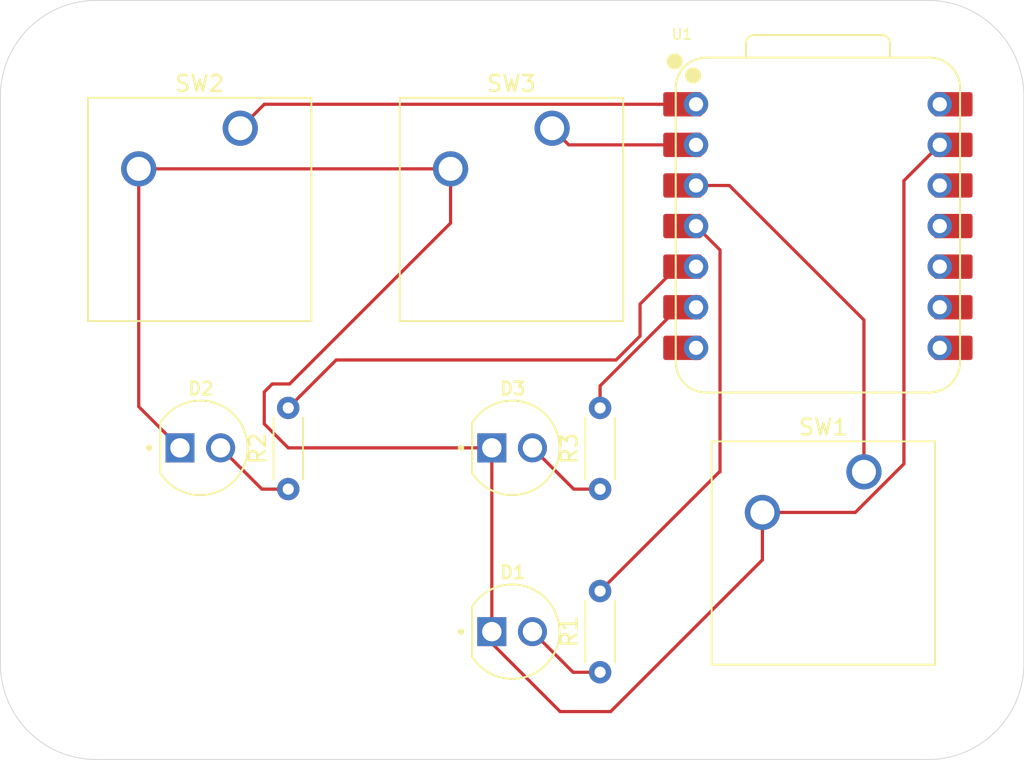
<source format=kicad_pcb>
(kicad_pcb (version 20241229) (generator "pcbnew") (generator_version "9.0")
  (layers (0 "F.Cu" signal) (2 "B.Cu" signal) (13 "F.Paste" user) (15 "B.Paste" user) (5 "F.SilkS" user "F.Silkscreen") (7 "B.SilkS" user "B.Silkscreen") (1 "F.Mask" user) (3 "B.Mask" user) (25 "Edge.Cuts" user))
  (net 0 "")
  (net 1 "LED1")
  (net 2 "Net-(D1-PadA)")
  (net 3 "LED2")
  (net 4 "Net-(D2-PadA)")
  (net 5 "Net-(D3-PadA)")
  (net 6 "LED3")
  (net 7 "button3")
  (net 8 "button1")
  (net 9 "button2")
  (net 10 "GND")
  (footprint "footprints:LEDRD254W57D500H1070" (layer "F.Cu") (at 141 65.5)
    (property "Reference" "D2" (at 0.04 -3.708 0) (layer "F.SilkS") (effects (font (size 0.8 0.8))))
    (property "Value" "L08R5000Q1")
    (fp_line (start -2.5 -1.566) (end -2.5 1.566) (stroke (width 0.127)) (layer "F.SilkS"))
    (fp_arc (start -2.5 -1.566) (mid 2.961291 0) (end -2.5 1.566) (stroke (width 0.127)) (layer "F.SilkS"))
    (fp_circle (center -3.2 0) (end -3.1 0) (stroke (width 0.2)) (fill no) (layer "F.SilkS"))
    (pad "A" thru_hole circle (at 1.27 0) (size 1.815 1.815) (drill 1.21) (layers "*.Cu" "*.Mask") (net 4 "Net-(D2-PadA)"))
    (pad "C" thru_hole rect (at -1.27 0) (size 1.815 1.815) (drill 1.21) (layers "*.Cu" "*.Mask") (net 10 "GND"))
  )
  (footprint "Button_Switch_Keyboard:SW_Cherry_MX_1.00u_PCB" (layer "F.Cu") (at 163 45.5)
    (property "Reference" "SW3" (at -2.54 -2.794 0) (layer "F.SilkS"))
    (property "Value" "SW_Push")
    (fp_line (start -9.525 -1.905) (end 4.445 -1.905) (stroke (width 0.12)) (layer "F.SilkS"))
    (fp_line (start -9.525 12.065) (end -9.525 -1.905) (stroke (width 0.12)) (layer "F.SilkS"))
    (fp_line (start 4.445 -1.905) (end 4.445 12.065) (stroke (width 0.12)) (layer "F.SilkS"))
    (fp_line (start 4.445 12.065) (end -9.525 12.065) (stroke (width 0.12)) (layer "F.SilkS"))
    (pad "" np_thru_hole circle (at -7.62 5.08) (size 1.7 1.7) (drill 1.7) (layers "*.Cu" "*.Mask"))
    (pad "" np_thru_hole circle (at -2.54 5.08) (size 4 4) (drill 4) (layers "*.Cu" "*.Mask"))
    (pad "" np_thru_hole circle (at 2.54 5.08) (size 1.7 1.7) (drill 1.7) (layers "*.Cu" "*.Mask"))
    (pad "1" thru_hole circle (at 0 0) (size 2.2 2.2) (drill 1.5) (layers "*.Cu" "*.Mask") (net 9 "button2"))
    (pad "2" thru_hole circle (at -6.35 2.54) (size 2.2 2.2) (drill 1.5) (layers "*.Cu" "*.Mask") (net 10 "GND"))
  )
  (footprint "Resistor_THT:R_Axial_DIN0204_L3.6mm_D1.6mm_P5.08mm_Horizontal" (layer "F.Cu") (at 166 68.08 90)
    (property "Reference" "R3" (at 2.54 -1.92 90) (layer "F.SilkS"))
    (property "Value" "R")
    (fp_line (start 0.62 -0.92) (end 4.46 -0.92) (stroke (width 0.12)) (layer "F.SilkS"))
    (fp_line (start 0.62 0.92) (end 4.46 0.92) (stroke (width 0.12)) (layer "F.SilkS"))
    (pad "1" thru_hole circle (at 0 0 90) (size 1.4 1.4) (drill 0.7) (layers "*.Cu" "*.Mask") (net 5 "Net-(D3-PadA)"))
    (pad "2" thru_hole circle (at 5.08 0 90) (size 1.4 1.4) (drill 0.7) (layers "*.Cu" "*.Mask") (net 6 "LED3"))
  )
  (footprint "footprints:XIAO-RP2040-DIP (3)" (layer "F.Cu") (at 179.62 51.62)
    (property "Reference" "U1" (at -8.5 -12 0) (layer "F.SilkS") (effects (font (size 0.635 0.635) (thickness 0.1016))))
    (property "Value" "XIAO-RP2040-DIP")
    (fp_line (start -8.89 8.509) (end -8.89 -8.636) (stroke (width 0.127)) (layer "F.SilkS"))
    (fp_line (start -6.985 10.414) (end 6.985 10.414) (stroke (width 0.127)) (layer "F.SilkS"))
    (fp_line (start -4.495 -10.541) (end -4.491272 -11.451272) (stroke (width 0.127)) (layer "F.SilkS"))
    (fp_line (start -3.991272 -11.951) (end 4.004 -11.951) (stroke (width 0.127)) (layer "F.SilkS"))
    (fp_line (start 4.504 -11.451) (end 4.504 -10.541) (stroke (width 0.127)) (layer "F.SilkS"))
    (fp_line (start 6.985 -10.541) (end -6.985 -10.541) (stroke (width 0.1)) (layer "F.SilkS"))
    (fp_line (start 6.985 -10.541) (end -6.985 -10.541) (stroke (width 0.127)) (layer "F.SilkS"))
    (fp_line (start 8.89 8.509) (end 8.89 -8.636) (stroke (width 0.127)) (layer "F.SilkS"))
    (fp_arc (start -8.89 -8.636) (mid -8.332038 -9.983038) (end -6.985 -10.541) (stroke (width 0.127)) (layer "F.SilkS"))
    (fp_arc (start -6.985 10.414) (mid -8.332038 9.856038) (end -8.89 8.509) (stroke (width 0.127)) (layer "F.SilkS"))
    (fp_arc (start -4.491272 -11.451272) (mid -4.344728 -11.80464) (end -3.991272 -11.951) (stroke (width 0.127)) (layer "F.SilkS"))
    (fp_arc (start 4.004 -11.951) (mid 4.357553 -11.804553) (end 4.504 -11.451) (stroke (width 0.127)) (layer "F.SilkS"))
    (fp_arc (start 6.985 -10.541) (mid 8.332038 -9.983038) (end 8.89 -8.636) (stroke (width 0.127)) (layer "F.SilkS"))
    (fp_arc (start 8.89 8.509) (mid 8.332038 9.856038) (end 6.985 10.414) (stroke (width 0.127)) (layer "F.SilkS"))
    (fp_circle (center -8.95 -10.3) (end -8.95 -10.554) (stroke (width 0.5)) (fill yes) (layer "F.SilkS"))
    (fp_circle (center -7.807 -9.42) (end -7.807 -9.674) (stroke (width 0.5)) (fill yes) (layer "F.SilkS"))
    (pad "1" smd roundrect (at -8.455 -7.62 180) (size 2.432 1.524) (layers "F.Cu" "F.Mask") (roundrect_rratio 0.1) (net 8 "button1"))
    (pad "1" thru_hole circle (at -7.62 -7.62 180) (size 1.524 1.524) (drill 0.889) (layers "*.Cu" "*.Mask") (net 8 "button1"))
    (pad "2" smd roundrect (at -8.455 -5.08 180) (size 2.432 1.524) (layers "F.Cu" "F.Mask") (roundrect_rratio 0.1) (net 9 "button2"))
    (pad "2" thru_hole circle (at -7.62 -5.08 180) (size 1.524 1.524) (drill 0.889) (layers "*.Cu" "*.Mask") (net 9 "button2"))
    (pad "3" smd roundrect (at -8.455 -2.54 180) (size 2.432 1.524) (layers "F.Cu" "F.Mask") (roundrect_rratio 0.1) (net 7 "button3"))
    (pad "3" thru_hole circle (at -7.62 -2.54 180) (size 1.524 1.524) (drill 0.889) (layers "*.Cu" "*.Mask") (net 7 "button3"))
    (pad "4" smd roundrect (at -8.455 0 180) (size 2.432 1.524) (layers "F.Cu" "F.Mask") (roundrect_rratio 0.1) (net 1 "LED1"))
    (pad "4" thru_hole circle (at -7.62 0 180) (size 1.524 1.524) (drill 0.889) (layers "*.Cu" "*.Mask") (net 1 "LED1"))
    (pad "5" smd roundrect (at -8.455 2.54 180) (size 2.432 1.524) (layers "F.Cu" "F.Mask") (roundrect_rratio 0.1) (net 3 "LED2"))
    (pad "5" thru_hole circle (at -7.62 2.54 180) (size 1.524 1.524) (drill 0.889) (layers "*.Cu" "*.Mask") (net 3 "LED2"))
    (pad "6" smd roundrect (at -8.455 5.08 180) (size 2.432 1.524) (layers "F.Cu" "F.Mask") (roundrect_rratio 0.1) (net 6 "LED3"))
    (pad "6" thru_hole circle (at -7.62 5.08 180) (size 1.524 1.524) (drill 0.889) (layers "*.Cu" "*.Mask") (net 6 "LED3"))
    (pad "7" smd roundrect (at -8.455 7.62 180) (size 2.432 1.524) (layers "F.Cu" "F.Mask") (roundrect_rratio 0.1))
    (pad "7" thru_hole circle (at -7.62 7.62 180) (size 1.524 1.524) (drill 0.889) (layers "*.Cu" "*.Mask"))
    (pad "8" thru_hole circle (at 7.62 7.62) (size 1.524 1.524) (drill 0.889) (layers "*.Cu" "*.Mask"))
    (pad "8" smd roundrect (at 8.455 7.62) (size 2.432 1.524) (layers "F.Cu" "F.Mask") (roundrect_rratio 0.1))
    (pad "9" thru_hole circle (at 7.62 5.08) (size 1.524 1.524) (drill 0.889) (layers "*.Cu" "*.Mask"))
    (pad "9" smd roundrect (at 8.455 5.08) (size 2.432 1.524) (layers "F.Cu" "F.Mask") (roundrect_rratio 0.1))
    (pad "10" thru_hole circle (at 7.62 2.54) (size 1.524 1.524) (drill 0.889) (layers "*.Cu" "*.Mask"))
    (pad "10" smd roundrect (at 8.455 2.54) (size 2.432 1.524) (layers "F.Cu" "F.Mask") (roundrect_rratio 0.1))
    (pad "11" thru_hole circle (at 7.62 0) (size 1.524 1.524) (drill 0.889) (layers "*.Cu" "*.Mask"))
    (pad "11" smd roundrect (at 8.455 0) (size 2.432 1.524) (layers "F.Cu" "F.Mask") (roundrect_rratio 0.1))
    (pad "12" thru_hole circle (at 7.62 -2.54) (size 1.524 1.524) (drill 0.889) (layers "*.Cu" "*.Mask"))
    (pad "12" smd roundrect (at 8.455 -2.54) (size 2.432 1.524) (layers "F.Cu" "F.Mask") (roundrect_rratio 0.1))
    (pad "13" thru_hole circle (at 7.62 -5.08) (size 1.524 1.524) (drill 0.889) (layers "*.Cu" "*.Mask") (net 10 "GND"))
    (pad "13" smd roundrect (at 8.455 -5.08) (size 2.432 1.524) (layers "F.Cu" "F.Mask") (roundrect_rratio 0.1) (net 10 "GND"))
    (pad "14" thru_hole circle (at 7.62 -7.62) (size 1.524 1.524) (drill 0.889) (layers "*.Cu" "*.Mask"))
    (pad "14" smd roundrect (at 8.455 -7.62) (size 2.432 1.524) (layers "F.Cu" "F.Mask") (roundrect_rratio 0.1))
  )
  (footprint "footprints:LEDRD254W57D500H1070" (layer "F.Cu") (at 160.5 77)
    (property "Reference" "D1" (at 0.04 -3.708 0) (layer "F.SilkS") (effects (font (size 0.8 0.8))))
    (property "Value" "L08R5000Q1")
    (fp_line (start -2.5 -1.566) (end -2.5 1.566) (stroke (width 0.127)) (layer "F.SilkS"))
    (fp_arc (start -2.5 -1.566) (mid 2.961291 0) (end -2.5 1.566) (stroke (width 0.127)) (layer "F.SilkS"))
    (fp_circle (center -3.2 0) (end -3.1 0) (stroke (width 0.2)) (fill no) (layer "F.SilkS"))
    (pad "A" thru_hole circle (at 1.27 0) (size 1.815 1.815) (drill 1.21) (layers "*.Cu" "*.Mask") (net 2 "Net-(D1-PadA)"))
    (pad "C" thru_hole rect (at -1.27 0) (size 1.815 1.815) (drill 1.21) (layers "*.Cu" "*.Mask") (net 10 "GND"))
  )
  (footprint "Button_Switch_Keyboard:SW_Cherry_MX_1.00u_PCB" (layer "F.Cu") (at 143.5 45.5)
    (property "Reference" "SW2" (at -2.54 -2.794 0) (layer "F.SilkS"))
    (property "Value" "SW_Push")
    (fp_line (start -9.525 -1.905) (end 4.445 -1.905) (stroke (width 0.12)) (layer "F.SilkS"))
    (fp_line (start -9.525 12.065) (end -9.525 -1.905) (stroke (width 0.12)) (layer "F.SilkS"))
    (fp_line (start 4.445 -1.905) (end 4.445 12.065) (stroke (width 0.12)) (layer "F.SilkS"))
    (fp_line (start 4.445 12.065) (end -9.525 12.065) (stroke (width 0.12)) (layer "F.SilkS"))
    (pad "" np_thru_hole circle (at -7.62 5.08) (size 1.7 1.7) (drill 1.7) (layers "*.Cu" "*.Mask"))
    (pad "" np_thru_hole circle (at -2.54 5.08) (size 4 4) (drill 4) (layers "*.Cu" "*.Mask"))
    (pad "" np_thru_hole circle (at 2.54 5.08) (size 1.7 1.7) (drill 1.7) (layers "*.Cu" "*.Mask"))
    (pad "1" thru_hole circle (at 0 0) (size 2.2 2.2) (drill 1.5) (layers "*.Cu" "*.Mask") (net 8 "button1"))
    (pad "2" thru_hole circle (at -6.35 2.54) (size 2.2 2.2) (drill 1.5) (layers "*.Cu" "*.Mask") (net 10 "GND"))
  )
  (footprint "Resistor_THT:R_Axial_DIN0204_L3.6mm_D1.6mm_P5.08mm_Horizontal" (layer "F.Cu") (at 146.5 68.08 90)
    (property "Reference" "R2" (at 2.54 -1.92 90) (layer "F.SilkS"))
    (property "Value" "R")
    (fp_line (start 0.62 -0.92) (end 4.46 -0.92) (stroke (width 0.12)) (layer "F.SilkS"))
    (fp_line (start 0.62 0.92) (end 4.46 0.92) (stroke (width 0.12)) (layer "F.SilkS"))
    (pad "1" thru_hole circle (at 0 0 90) (size 1.4 1.4) (drill 0.7) (layers "*.Cu" "*.Mask") (net 4 "Net-(D2-PadA)"))
    (pad "2" thru_hole circle (at 5.08 0 90) (size 1.4 1.4) (drill 0.7) (layers "*.Cu" "*.Mask") (net 3 "LED2"))
  )
  (footprint "footprints:LEDRD254W57D500H1070" (layer "F.Cu") (at 160.5 65.5)
    (property "Reference" "D3" (at 0.04 -3.708 0) (layer "F.SilkS") (effects (font (size 0.8 0.8))))
    (property "Value" "L08R5000Q1")
    (fp_line (start -2.5 -1.566) (end -2.5 1.566) (stroke (width 0.127)) (layer "F.SilkS"))
    (fp_arc (start -2.5 -1.566) (mid 2.961291 0) (end -2.5 1.566) (stroke (width 0.127)) (layer "F.SilkS"))
    (fp_circle (center -3.2 0) (end -3.1 0) (stroke (width 0.2)) (fill no) (layer "F.SilkS"))
    (pad "A" thru_hole circle (at 1.27 0) (size 1.815 1.815) (drill 1.21) (layers "*.Cu" "*.Mask") (net 5 "Net-(D3-PadA)"))
    (pad "C" thru_hole rect (at -1.27 0) (size 1.815 1.815) (drill 1.21) (layers "*.Cu" "*.Mask") (net 10 "GND"))
  )
  (footprint "Resistor_THT:R_Axial_DIN0204_L3.6mm_D1.6mm_P5.08mm_Horizontal" (layer "F.Cu") (at 166 79.54 90)
    (property "Reference" "R1" (at 2.54 -1.92 90) (layer "F.SilkS"))
    (property "Value" "R")
    (fp_line (start 0.62 -0.92) (end 4.46 -0.92) (stroke (width 0.12)) (layer "F.SilkS"))
    (fp_line (start 0.62 0.92) (end 4.46 0.92) (stroke (width 0.12)) (layer "F.SilkS"))
    (pad "1" thru_hole circle (at 0 0 90) (size 1.4 1.4) (drill 0.7) (layers "*.Cu" "*.Mask") (net 2 "Net-(D1-PadA)"))
    (pad "2" thru_hole circle (at 5.08 0 90) (size 1.4 1.4) (drill 0.7) (layers "*.Cu" "*.Mask") (net 1 "LED1"))
  )
  (footprint "Button_Switch_Keyboard:SW_Cherry_MX_1.00u_PCB" (layer "F.Cu") (at 182.5 67)
    (property "Reference" "SW1" (at -2.54 -2.794 0) (layer "F.SilkS"))
    (property "Value" "SW_Push")
    (fp_line (start -9.525 -1.905) (end 4.445 -1.905) (stroke (width 0.12)) (layer "F.SilkS"))
    (fp_line (start -9.525 12.065) (end -9.525 -1.905) (stroke (width 0.12)) (layer "F.SilkS"))
    (fp_line (start 4.445 -1.905) (end 4.445 12.065) (stroke (width 0.12)) (layer "F.SilkS"))
    (fp_line (start 4.445 12.065) (end -9.525 12.065) (stroke (width 0.12)) (layer "F.SilkS"))
    (pad "" np_thru_hole circle (at -7.62 5.08) (size 1.7 1.7) (drill 1.7) (layers "*.Cu" "*.Mask"))
    (pad "" np_thru_hole circle (at -2.54 5.08) (size 4 4) (drill 4) (layers "*.Cu" "*.Mask"))
    (pad "" np_thru_hole circle (at 2.54 5.08) (size 1.7 1.7) (drill 1.7) (layers "*.Cu" "*.Mask"))
    (pad "1" thru_hole circle (at 0 0) (size 2.2 2.2) (drill 1.5) (layers "*.Cu" "*.Mask") (net 7 "button3"))
    (pad "2" thru_hole circle (at -6.35 2.54) (size 2.2 2.2) (drill 1.5) (layers "*.Cu" "*.Mask") (net 10 "GND"))
  )
  (gr_arc (start 192.5 79) (mid 190.742641 83.242641) (end 186.5 85) (stroke (width 0.05)) (layer "Edge.Cuts"))
  (gr_arc (start 128.5 43.5) (mid 130.257359 39.257359) (end 134.5 37.5) (stroke (width 0.05)) (layer "Edge.Cuts"))
  (gr_arc (start 134.5 85) (mid 130.257359 83.242641) (end 128.5 79) (stroke (width 0.05)) (layer "Edge.Cuts"))
  (gr_line (start 186.5 85) (end 134.5 85) (stroke (width 0.05)) (layer "Edge.Cuts"))
  (gr_line (start 128.5 79) (end 128.5 43.5) (stroke (width 0.05)) (layer "Edge.Cuts"))
  (gr_line (start 192.5 43.5) (end 192.5 79) (stroke (width 0.05)) (layer "Edge.Cuts"))
  (gr_line (start 134.5 37.5) (end 186.5 37.5) (stroke (width 0.05)) (layer "Edge.Cuts"))
  (gr_arc (start 186.5 37.5) (mid 190.742641 39.257359) (end 192.5 43.5) (stroke (width 0.05)) (layer "Edge.Cuts"))
  (segment (start 173.5 67) (end 173.46 67) (width 0.2) (layer "F.Cu") (net 1))
  (segment (start 173.46 67) (end 166 74.46) (width 0.2) (layer "F.Cu") (net 1))
  (segment (start 173.5 53.12) (end 173.5 67) (width 0.2) (layer "F.Cu") (net 1))
  (segment (start 172 51.62) (end 173.5 53.12) (width 0.2) (layer "F.Cu") (net 1))
  (segment (start 166 79.54) (end 164.31 79.54) (width 0.2) (layer "F.Cu") (net 2))
  (segment (start 164.31 79.54) (end 161.77 77) (width 0.2) (layer "F.Cu") (net 2))
  (segment (start 170.84 54.16) (end 168.5 56.5) (width 0.2) (layer "F.Cu") (net 3))
  (segment (start 167 60) (end 149.5 60) (width 0.2) (layer "F.Cu") (net 3))
  (segment (start 172 54.16) (end 170.84 54.16) (width 0.2) (layer "F.Cu") (net 3))
  (segment (start 149.5 60) (end 146.5 63) (width 0.2) (layer "F.Cu") (net 3))
  (segment (start 168.5 58.5) (end 167 60) (width 0.2) (layer "F.Cu") (net 3))
  (segment (start 168.5 56.5) (end 168.5 58.5) (width 0.2) (layer "F.Cu") (net 3))
  (segment (start 144.85 68.08) (end 142.27 65.5) (width 0.2) (layer "F.Cu") (net 4))
  (segment (start 146.5 68.08) (end 144.85 68.08) (width 0.2) (layer "F.Cu") (net 4))
  (segment (start 164.35 68.08) (end 161.77 65.5) (width 0.2) (layer "F.Cu") (net 5))
  (segment (start 166 68.08) (end 164.35 68.08) (width 0.2) (layer "F.Cu") (net 5))
  (segment (start 172 56.7) (end 170.92237 56.7) (width 0.2) (layer "F.Cu") (net 6))
  (segment (start 170.92237 56.7) (end 166 61.62237) (width 0.2) (layer "F.Cu") (net 6))
  (segment (start 166 61.62237) (end 166 63) (width 0.2) (layer "F.Cu") (net 6))
  (segment (start 183 67) (end 182.5 67) (width 0.2) (layer "F.Cu") (net 7))
  (segment (start 182.5 57.5) (end 182.5 67) (width 0.2) (layer "F.Cu") (net 7))
  (segment (start 174.08 49.08) (end 182.5 57.5) (width 0.2) (layer "F.Cu") (net 7))
  (segment (start 172 49.08) (end 174.08 49.08) (width 0.2) (layer "F.Cu") (net 7))
  (segment (start 143.5 45.5) (end 145 44) (width 0.2) (layer "F.Cu") (net 8))
  (segment (start 145 44) (end 172 44) (width 0.2) (layer "F.Cu") (net 8))
  (segment (start 172 46.54) (end 164.04 46.54) (width 0.2) (layer "F.Cu") (net 9))
  (segment (start 164.04 46.54) (end 163 45.5) (width 0.2) (layer "F.Cu") (net 9))
  (segment (start 146.584372 61.5) (end 145.5 61.5) (width 0.2) (layer "F.Cu") (net 10))
  (segment (start 145 62) (end 145 64) (width 0.2) (layer "F.Cu") (net 10))
  (segment (start 156.65 51.434372) (end 146.584372 61.5) (width 0.2) (layer "F.Cu") (net 10))
  (segment (start 159.23 77) (end 159.23 77.73) (width 0.2) (layer "F.Cu") (net 10))
  (segment (start 176.11 69.5) (end 176 69.5) (width 0.2) (layer "F.Cu") (net 10))
  (segment (start 176.15 69.54) (end 181.96 69.54) (width 0.2) (layer "F.Cu") (net 10))
  (segment (start 137.15 48.04) (end 137.15 62.92) (width 0.2) (layer "F.Cu") (net 10))
  (segment (start 185 48.78) (end 187.24 46.54) (width 0.2) (layer "F.Cu") (net 10))
  (segment (start 181.96 69.54) (end 185 66.5) (width 0.2) (layer "F.Cu") (net 10))
  (segment (start 137.15 62.92) (end 139.73 65.5) (width 0.2) (layer "F.Cu") (net 10))
  (segment (start 156.65 48.04) (end 156.65 51.434372) (width 0.2) (layer "F.Cu") (net 10))
  (segment (start 159.23 77.73) (end 163.5 82) (width 0.2) (layer "F.Cu") (net 10))
  (segment (start 146.5 65.5) (end 159.23 65.5) (width 0.2) (layer "F.Cu") (net 10))
  (segment (start 185 66.5) (end 185 48.78) (width 0.2) (layer "F.Cu") (net 10))
  (segment (start 176.15 72.50847) (end 176.15 69.54) (width 0.2) (layer "F.Cu") (net 10))
  (segment (start 166.65847 82) (end 176.15 72.50847) (width 0.2) (layer "F.Cu") (net 10))
  (segment (start 145 64) (end 146.5 65.5) (width 0.2) (layer "F.Cu") (net 10))
  (segment (start 163.5 82) (end 166.65847 82) (width 0.2) (layer "F.Cu") (net 10))
  (segment (start 145.5 61.5) (end 145 62) (width 0.2) (layer "F.Cu") (net 10))
  (segment (start 137.15 48.04) (end 156.65 48.04) (width 0.2) (layer "F.Cu") (net 10))
  (segment (start 176.15 69.54) (end 176.11 69.5) (width 0.2) (layer "F.Cu") (net 10))
  (segment (start 159.23 65.5) (end 159.23 77) (width 0.2) (layer "F.Cu") (net 10))
)
</source>
